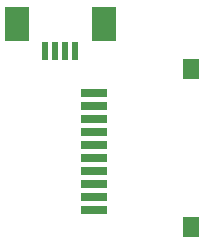
<source format=gbr>
%TF.GenerationSoftware,KiCad,Pcbnew,(6.0.2)*%
%TF.CreationDate,2022-11-02T20:30:41-05:00*%
%TF.ProjectId,REF1845B,52454631-3834-4354-922e-6b696361645f,rev?*%
%TF.SameCoordinates,Original*%
%TF.FileFunction,Paste,Bot*%
%TF.FilePolarity,Positive*%
%FSLAX46Y46*%
G04 Gerber Fmt 4.6, Leading zero omitted, Abs format (unit mm)*
G04 Created by KiCad (PCBNEW (6.0.2)) date 2022-11-02 20:30:41*
%MOMM*%
%LPD*%
G01*
G04 APERTURE LIST*
%ADD10R,2.250000X0.800000*%
%ADD11R,1.400000X1.800000*%
%ADD12R,2.000000X3.000000*%
%ADD13R,0.550000X1.630000*%
G04 APERTURE END LIST*
D10*
%TO.C,J3*%
X153774000Y-78721000D03*
X153774000Y-79821000D03*
X153774000Y-80921000D03*
X153774000Y-82021000D03*
X153774000Y-83121000D03*
X153774000Y-84221000D03*
X153774000Y-85321000D03*
X153774000Y-86421000D03*
X153774000Y-87521000D03*
X153774000Y-88621000D03*
D11*
X161987000Y-90048000D03*
X161993000Y-76743000D03*
%TD*%
D12*
%TO.C,J2*%
X147221000Y-72875200D03*
X154645000Y-72877200D03*
D13*
X152182000Y-75215200D03*
X151348000Y-75220200D03*
X150478000Y-75220200D03*
X149604000Y-75219200D03*
%TD*%
M02*

</source>
